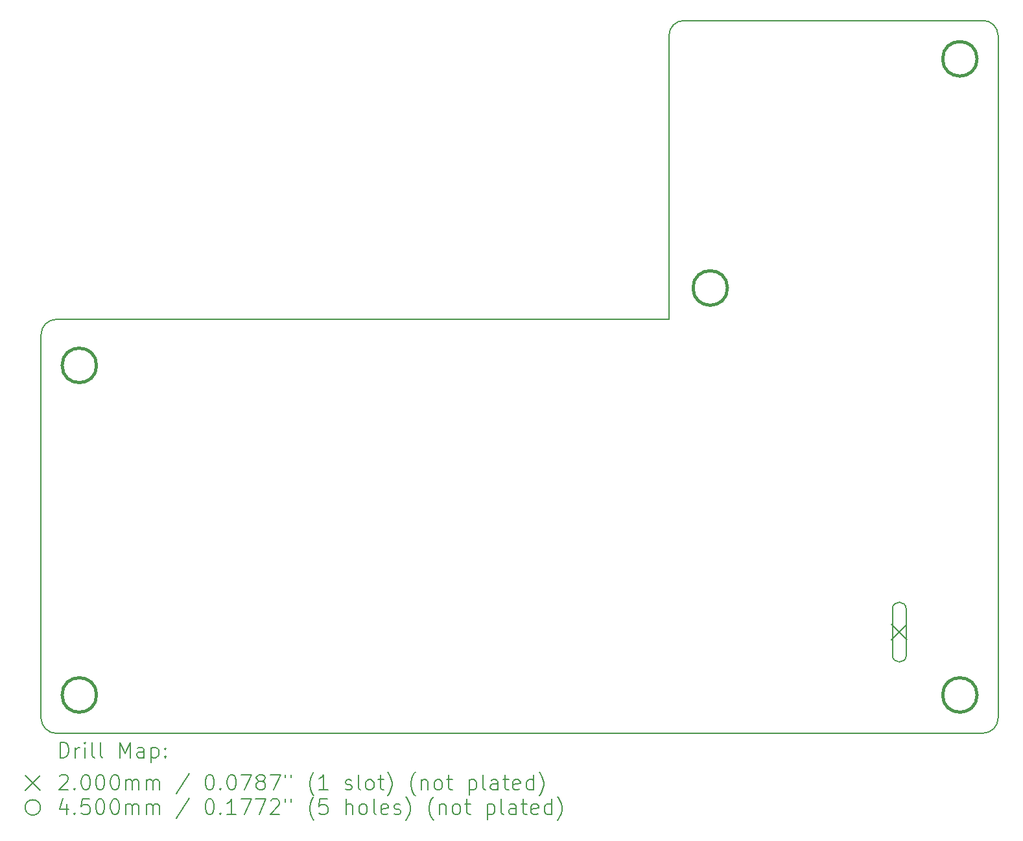
<source format=gbr>
%FSLAX45Y45*%
G04 Gerber Fmt 4.5, Leading zero omitted, Abs format (unit mm)*
G04 Created by KiCad (PCBNEW 6.0.4-6f826c9f35~116~ubuntu20.04.1) date 2022-04-23 21:58:44*
%MOMM*%
%LPD*%
G01*
G04 APERTURE LIST*
%TA.AperFunction,Profile*%
%ADD10C,0.150000*%
%TD*%
%ADD11C,0.200000*%
%ADD12C,0.450000*%
G04 APERTURE END LIST*
D10*
X3000000Y-10000000D02*
X3000000Y-15000000D01*
X15300000Y-5900000D02*
X11400000Y-5900000D01*
X11200000Y-6100000D02*
X11200000Y-9800000D01*
X3000000Y-15000000D02*
G75*
G03*
X3200000Y-15200000I200000J0D01*
G01*
X15500000Y-6100000D02*
G75*
G03*
X15300000Y-5900000I-200000J0D01*
G01*
X15500000Y-15000000D02*
X15500000Y-6100000D01*
X3200000Y-15200000D02*
X15300000Y-15200000D01*
X3200000Y-9800000D02*
G75*
G03*
X3000000Y-10000000I0J-200000D01*
G01*
X11400000Y-5900000D02*
G75*
G03*
X11200000Y-6100000I0J-200000D01*
G01*
X11200000Y-9800000D02*
X3200000Y-9800000D01*
X15300000Y-15200000D02*
G75*
G03*
X15500000Y-15000000I0J200000D01*
G01*
D11*
X14110000Y-13780000D02*
X14310000Y-13980000D01*
X14310000Y-13780000D02*
X14110000Y-13980000D01*
X14120000Y-13580000D02*
X14120000Y-14180000D01*
X14300000Y-13580000D02*
X14300000Y-14180000D01*
X14120000Y-14180000D02*
G75*
G03*
X14300000Y-14180000I90000J0D01*
G01*
X14300000Y-13580000D02*
G75*
G03*
X14120000Y-13580000I-90000J0D01*
G01*
D12*
X3725000Y-10400000D02*
G75*
G03*
X3725000Y-10400000I-225000J0D01*
G01*
X3725000Y-14700000D02*
G75*
G03*
X3725000Y-14700000I-225000J0D01*
G01*
X11965000Y-9390000D02*
G75*
G03*
X11965000Y-9390000I-225000J0D01*
G01*
X15225000Y-6400000D02*
G75*
G03*
X15225000Y-6400000I-225000J0D01*
G01*
X15225000Y-14700000D02*
G75*
G03*
X15225000Y-14700000I-225000J0D01*
G01*
D11*
X3250119Y-15517976D02*
X3250119Y-15317976D01*
X3297738Y-15317976D01*
X3326309Y-15327500D01*
X3345357Y-15346548D01*
X3354881Y-15365595D01*
X3364405Y-15403690D01*
X3364405Y-15432262D01*
X3354881Y-15470357D01*
X3345357Y-15489405D01*
X3326309Y-15508452D01*
X3297738Y-15517976D01*
X3250119Y-15517976D01*
X3450119Y-15517976D02*
X3450119Y-15384643D01*
X3450119Y-15422738D02*
X3459643Y-15403690D01*
X3469167Y-15394167D01*
X3488214Y-15384643D01*
X3507262Y-15384643D01*
X3573928Y-15517976D02*
X3573928Y-15384643D01*
X3573928Y-15317976D02*
X3564405Y-15327500D01*
X3573928Y-15337024D01*
X3583452Y-15327500D01*
X3573928Y-15317976D01*
X3573928Y-15337024D01*
X3697738Y-15517976D02*
X3678690Y-15508452D01*
X3669167Y-15489405D01*
X3669167Y-15317976D01*
X3802500Y-15517976D02*
X3783452Y-15508452D01*
X3773928Y-15489405D01*
X3773928Y-15317976D01*
X4031071Y-15517976D02*
X4031071Y-15317976D01*
X4097738Y-15460833D01*
X4164405Y-15317976D01*
X4164405Y-15517976D01*
X4345357Y-15517976D02*
X4345357Y-15413214D01*
X4335833Y-15394167D01*
X4316786Y-15384643D01*
X4278690Y-15384643D01*
X4259643Y-15394167D01*
X4345357Y-15508452D02*
X4326310Y-15517976D01*
X4278690Y-15517976D01*
X4259643Y-15508452D01*
X4250119Y-15489405D01*
X4250119Y-15470357D01*
X4259643Y-15451309D01*
X4278690Y-15441786D01*
X4326310Y-15441786D01*
X4345357Y-15432262D01*
X4440595Y-15384643D02*
X4440595Y-15584643D01*
X4440595Y-15394167D02*
X4459643Y-15384643D01*
X4497738Y-15384643D01*
X4516786Y-15394167D01*
X4526310Y-15403690D01*
X4535833Y-15422738D01*
X4535833Y-15479881D01*
X4526310Y-15498928D01*
X4516786Y-15508452D01*
X4497738Y-15517976D01*
X4459643Y-15517976D01*
X4440595Y-15508452D01*
X4621548Y-15498928D02*
X4631071Y-15508452D01*
X4621548Y-15517976D01*
X4612024Y-15508452D01*
X4621548Y-15498928D01*
X4621548Y-15517976D01*
X4621548Y-15394167D02*
X4631071Y-15403690D01*
X4621548Y-15413214D01*
X4612024Y-15403690D01*
X4621548Y-15394167D01*
X4621548Y-15413214D01*
X2792500Y-15747500D02*
X2992500Y-15947500D01*
X2992500Y-15747500D02*
X2792500Y-15947500D01*
X3240595Y-15757024D02*
X3250119Y-15747500D01*
X3269167Y-15737976D01*
X3316786Y-15737976D01*
X3335833Y-15747500D01*
X3345357Y-15757024D01*
X3354881Y-15776071D01*
X3354881Y-15795119D01*
X3345357Y-15823690D01*
X3231071Y-15937976D01*
X3354881Y-15937976D01*
X3440595Y-15918928D02*
X3450119Y-15928452D01*
X3440595Y-15937976D01*
X3431071Y-15928452D01*
X3440595Y-15918928D01*
X3440595Y-15937976D01*
X3573928Y-15737976D02*
X3592976Y-15737976D01*
X3612024Y-15747500D01*
X3621548Y-15757024D01*
X3631071Y-15776071D01*
X3640595Y-15814167D01*
X3640595Y-15861786D01*
X3631071Y-15899881D01*
X3621548Y-15918928D01*
X3612024Y-15928452D01*
X3592976Y-15937976D01*
X3573928Y-15937976D01*
X3554881Y-15928452D01*
X3545357Y-15918928D01*
X3535833Y-15899881D01*
X3526309Y-15861786D01*
X3526309Y-15814167D01*
X3535833Y-15776071D01*
X3545357Y-15757024D01*
X3554881Y-15747500D01*
X3573928Y-15737976D01*
X3764405Y-15737976D02*
X3783452Y-15737976D01*
X3802500Y-15747500D01*
X3812024Y-15757024D01*
X3821548Y-15776071D01*
X3831071Y-15814167D01*
X3831071Y-15861786D01*
X3821548Y-15899881D01*
X3812024Y-15918928D01*
X3802500Y-15928452D01*
X3783452Y-15937976D01*
X3764405Y-15937976D01*
X3745357Y-15928452D01*
X3735833Y-15918928D01*
X3726309Y-15899881D01*
X3716786Y-15861786D01*
X3716786Y-15814167D01*
X3726309Y-15776071D01*
X3735833Y-15757024D01*
X3745357Y-15747500D01*
X3764405Y-15737976D01*
X3954881Y-15737976D02*
X3973928Y-15737976D01*
X3992976Y-15747500D01*
X4002500Y-15757024D01*
X4012024Y-15776071D01*
X4021548Y-15814167D01*
X4021548Y-15861786D01*
X4012024Y-15899881D01*
X4002500Y-15918928D01*
X3992976Y-15928452D01*
X3973928Y-15937976D01*
X3954881Y-15937976D01*
X3935833Y-15928452D01*
X3926309Y-15918928D01*
X3916786Y-15899881D01*
X3907262Y-15861786D01*
X3907262Y-15814167D01*
X3916786Y-15776071D01*
X3926309Y-15757024D01*
X3935833Y-15747500D01*
X3954881Y-15737976D01*
X4107262Y-15937976D02*
X4107262Y-15804643D01*
X4107262Y-15823690D02*
X4116786Y-15814167D01*
X4135833Y-15804643D01*
X4164405Y-15804643D01*
X4183452Y-15814167D01*
X4192976Y-15833214D01*
X4192976Y-15937976D01*
X4192976Y-15833214D02*
X4202500Y-15814167D01*
X4221548Y-15804643D01*
X4250119Y-15804643D01*
X4269167Y-15814167D01*
X4278690Y-15833214D01*
X4278690Y-15937976D01*
X4373929Y-15937976D02*
X4373929Y-15804643D01*
X4373929Y-15823690D02*
X4383452Y-15814167D01*
X4402500Y-15804643D01*
X4431071Y-15804643D01*
X4450119Y-15814167D01*
X4459643Y-15833214D01*
X4459643Y-15937976D01*
X4459643Y-15833214D02*
X4469167Y-15814167D01*
X4488214Y-15804643D01*
X4516786Y-15804643D01*
X4535833Y-15814167D01*
X4545357Y-15833214D01*
X4545357Y-15937976D01*
X4935833Y-15728452D02*
X4764405Y-15985595D01*
X5192976Y-15737976D02*
X5212024Y-15737976D01*
X5231071Y-15747500D01*
X5240595Y-15757024D01*
X5250119Y-15776071D01*
X5259643Y-15814167D01*
X5259643Y-15861786D01*
X5250119Y-15899881D01*
X5240595Y-15918928D01*
X5231071Y-15928452D01*
X5212024Y-15937976D01*
X5192976Y-15937976D01*
X5173929Y-15928452D01*
X5164405Y-15918928D01*
X5154881Y-15899881D01*
X5145357Y-15861786D01*
X5145357Y-15814167D01*
X5154881Y-15776071D01*
X5164405Y-15757024D01*
X5173929Y-15747500D01*
X5192976Y-15737976D01*
X5345357Y-15918928D02*
X5354881Y-15928452D01*
X5345357Y-15937976D01*
X5335833Y-15928452D01*
X5345357Y-15918928D01*
X5345357Y-15937976D01*
X5478690Y-15737976D02*
X5497738Y-15737976D01*
X5516786Y-15747500D01*
X5526310Y-15757024D01*
X5535833Y-15776071D01*
X5545357Y-15814167D01*
X5545357Y-15861786D01*
X5535833Y-15899881D01*
X5526310Y-15918928D01*
X5516786Y-15928452D01*
X5497738Y-15937976D01*
X5478690Y-15937976D01*
X5459643Y-15928452D01*
X5450119Y-15918928D01*
X5440595Y-15899881D01*
X5431071Y-15861786D01*
X5431071Y-15814167D01*
X5440595Y-15776071D01*
X5450119Y-15757024D01*
X5459643Y-15747500D01*
X5478690Y-15737976D01*
X5612024Y-15737976D02*
X5745357Y-15737976D01*
X5659643Y-15937976D01*
X5850119Y-15823690D02*
X5831071Y-15814167D01*
X5821548Y-15804643D01*
X5812024Y-15785595D01*
X5812024Y-15776071D01*
X5821548Y-15757024D01*
X5831071Y-15747500D01*
X5850119Y-15737976D01*
X5888214Y-15737976D01*
X5907262Y-15747500D01*
X5916786Y-15757024D01*
X5926309Y-15776071D01*
X5926309Y-15785595D01*
X5916786Y-15804643D01*
X5907262Y-15814167D01*
X5888214Y-15823690D01*
X5850119Y-15823690D01*
X5831071Y-15833214D01*
X5821548Y-15842738D01*
X5812024Y-15861786D01*
X5812024Y-15899881D01*
X5821548Y-15918928D01*
X5831071Y-15928452D01*
X5850119Y-15937976D01*
X5888214Y-15937976D01*
X5907262Y-15928452D01*
X5916786Y-15918928D01*
X5926309Y-15899881D01*
X5926309Y-15861786D01*
X5916786Y-15842738D01*
X5907262Y-15833214D01*
X5888214Y-15823690D01*
X5992976Y-15737976D02*
X6126309Y-15737976D01*
X6040595Y-15937976D01*
X6192976Y-15737976D02*
X6192976Y-15776071D01*
X6269167Y-15737976D02*
X6269167Y-15776071D01*
X6564405Y-16014167D02*
X6554881Y-16004643D01*
X6535833Y-15976071D01*
X6526309Y-15957024D01*
X6516786Y-15928452D01*
X6507262Y-15880833D01*
X6507262Y-15842738D01*
X6516786Y-15795119D01*
X6526309Y-15766548D01*
X6535833Y-15747500D01*
X6554881Y-15718928D01*
X6564405Y-15709405D01*
X6745357Y-15937976D02*
X6631071Y-15937976D01*
X6688214Y-15937976D02*
X6688214Y-15737976D01*
X6669167Y-15766548D01*
X6650119Y-15785595D01*
X6631071Y-15795119D01*
X6973928Y-15928452D02*
X6992976Y-15937976D01*
X7031071Y-15937976D01*
X7050119Y-15928452D01*
X7059643Y-15909405D01*
X7059643Y-15899881D01*
X7050119Y-15880833D01*
X7031071Y-15871309D01*
X7002500Y-15871309D01*
X6983452Y-15861786D01*
X6973928Y-15842738D01*
X6973928Y-15833214D01*
X6983452Y-15814167D01*
X7002500Y-15804643D01*
X7031071Y-15804643D01*
X7050119Y-15814167D01*
X7173928Y-15937976D02*
X7154881Y-15928452D01*
X7145357Y-15909405D01*
X7145357Y-15737976D01*
X7278690Y-15937976D02*
X7259643Y-15928452D01*
X7250119Y-15918928D01*
X7240595Y-15899881D01*
X7240595Y-15842738D01*
X7250119Y-15823690D01*
X7259643Y-15814167D01*
X7278690Y-15804643D01*
X7307262Y-15804643D01*
X7326309Y-15814167D01*
X7335833Y-15823690D01*
X7345357Y-15842738D01*
X7345357Y-15899881D01*
X7335833Y-15918928D01*
X7326309Y-15928452D01*
X7307262Y-15937976D01*
X7278690Y-15937976D01*
X7402500Y-15804643D02*
X7478690Y-15804643D01*
X7431071Y-15737976D02*
X7431071Y-15909405D01*
X7440595Y-15928452D01*
X7459643Y-15937976D01*
X7478690Y-15937976D01*
X7526309Y-16014167D02*
X7535833Y-16004643D01*
X7554881Y-15976071D01*
X7564405Y-15957024D01*
X7573928Y-15928452D01*
X7583452Y-15880833D01*
X7583452Y-15842738D01*
X7573928Y-15795119D01*
X7564405Y-15766548D01*
X7554881Y-15747500D01*
X7535833Y-15718928D01*
X7526309Y-15709405D01*
X7888214Y-16014167D02*
X7878690Y-16004643D01*
X7859643Y-15976071D01*
X7850119Y-15957024D01*
X7840595Y-15928452D01*
X7831071Y-15880833D01*
X7831071Y-15842738D01*
X7840595Y-15795119D01*
X7850119Y-15766548D01*
X7859643Y-15747500D01*
X7878690Y-15718928D01*
X7888214Y-15709405D01*
X7964405Y-15804643D02*
X7964405Y-15937976D01*
X7964405Y-15823690D02*
X7973928Y-15814167D01*
X7992976Y-15804643D01*
X8021548Y-15804643D01*
X8040595Y-15814167D01*
X8050119Y-15833214D01*
X8050119Y-15937976D01*
X8173928Y-15937976D02*
X8154881Y-15928452D01*
X8145357Y-15918928D01*
X8135833Y-15899881D01*
X8135833Y-15842738D01*
X8145357Y-15823690D01*
X8154881Y-15814167D01*
X8173928Y-15804643D01*
X8202500Y-15804643D01*
X8221548Y-15814167D01*
X8231071Y-15823690D01*
X8240595Y-15842738D01*
X8240595Y-15899881D01*
X8231071Y-15918928D01*
X8221548Y-15928452D01*
X8202500Y-15937976D01*
X8173928Y-15937976D01*
X8297738Y-15804643D02*
X8373928Y-15804643D01*
X8326309Y-15737976D02*
X8326309Y-15909405D01*
X8335833Y-15928452D01*
X8354881Y-15937976D01*
X8373928Y-15937976D01*
X8592976Y-15804643D02*
X8592976Y-16004643D01*
X8592976Y-15814167D02*
X8612024Y-15804643D01*
X8650119Y-15804643D01*
X8669167Y-15814167D01*
X8678690Y-15823690D01*
X8688214Y-15842738D01*
X8688214Y-15899881D01*
X8678690Y-15918928D01*
X8669167Y-15928452D01*
X8650119Y-15937976D01*
X8612024Y-15937976D01*
X8592976Y-15928452D01*
X8802500Y-15937976D02*
X8783452Y-15928452D01*
X8773929Y-15909405D01*
X8773929Y-15737976D01*
X8964405Y-15937976D02*
X8964405Y-15833214D01*
X8954881Y-15814167D01*
X8935833Y-15804643D01*
X8897738Y-15804643D01*
X8878690Y-15814167D01*
X8964405Y-15928452D02*
X8945357Y-15937976D01*
X8897738Y-15937976D01*
X8878690Y-15928452D01*
X8869167Y-15909405D01*
X8869167Y-15890357D01*
X8878690Y-15871309D01*
X8897738Y-15861786D01*
X8945357Y-15861786D01*
X8964405Y-15852262D01*
X9031071Y-15804643D02*
X9107262Y-15804643D01*
X9059643Y-15737976D02*
X9059643Y-15909405D01*
X9069167Y-15928452D01*
X9088214Y-15937976D01*
X9107262Y-15937976D01*
X9250119Y-15928452D02*
X9231071Y-15937976D01*
X9192976Y-15937976D01*
X9173929Y-15928452D01*
X9164405Y-15909405D01*
X9164405Y-15833214D01*
X9173929Y-15814167D01*
X9192976Y-15804643D01*
X9231071Y-15804643D01*
X9250119Y-15814167D01*
X9259643Y-15833214D01*
X9259643Y-15852262D01*
X9164405Y-15871309D01*
X9431071Y-15937976D02*
X9431071Y-15737976D01*
X9431071Y-15928452D02*
X9412024Y-15937976D01*
X9373929Y-15937976D01*
X9354881Y-15928452D01*
X9345357Y-15918928D01*
X9335833Y-15899881D01*
X9335833Y-15842738D01*
X9345357Y-15823690D01*
X9354881Y-15814167D01*
X9373929Y-15804643D01*
X9412024Y-15804643D01*
X9431071Y-15814167D01*
X9507262Y-16014167D02*
X9516786Y-16004643D01*
X9535833Y-15976071D01*
X9545357Y-15957024D01*
X9554881Y-15928452D01*
X9564405Y-15880833D01*
X9564405Y-15842738D01*
X9554881Y-15795119D01*
X9545357Y-15766548D01*
X9535833Y-15747500D01*
X9516786Y-15718928D01*
X9507262Y-15709405D01*
X2992500Y-16167500D02*
G75*
G03*
X2992500Y-16167500I-100000J0D01*
G01*
X3335833Y-16124643D02*
X3335833Y-16257976D01*
X3288214Y-16048452D02*
X3240595Y-16191309D01*
X3364405Y-16191309D01*
X3440595Y-16238928D02*
X3450119Y-16248452D01*
X3440595Y-16257976D01*
X3431071Y-16248452D01*
X3440595Y-16238928D01*
X3440595Y-16257976D01*
X3631071Y-16057976D02*
X3535833Y-16057976D01*
X3526309Y-16153214D01*
X3535833Y-16143690D01*
X3554881Y-16134167D01*
X3602500Y-16134167D01*
X3621548Y-16143690D01*
X3631071Y-16153214D01*
X3640595Y-16172262D01*
X3640595Y-16219881D01*
X3631071Y-16238928D01*
X3621548Y-16248452D01*
X3602500Y-16257976D01*
X3554881Y-16257976D01*
X3535833Y-16248452D01*
X3526309Y-16238928D01*
X3764405Y-16057976D02*
X3783452Y-16057976D01*
X3802500Y-16067500D01*
X3812024Y-16077024D01*
X3821548Y-16096071D01*
X3831071Y-16134167D01*
X3831071Y-16181786D01*
X3821548Y-16219881D01*
X3812024Y-16238928D01*
X3802500Y-16248452D01*
X3783452Y-16257976D01*
X3764405Y-16257976D01*
X3745357Y-16248452D01*
X3735833Y-16238928D01*
X3726309Y-16219881D01*
X3716786Y-16181786D01*
X3716786Y-16134167D01*
X3726309Y-16096071D01*
X3735833Y-16077024D01*
X3745357Y-16067500D01*
X3764405Y-16057976D01*
X3954881Y-16057976D02*
X3973928Y-16057976D01*
X3992976Y-16067500D01*
X4002500Y-16077024D01*
X4012024Y-16096071D01*
X4021548Y-16134167D01*
X4021548Y-16181786D01*
X4012024Y-16219881D01*
X4002500Y-16238928D01*
X3992976Y-16248452D01*
X3973928Y-16257976D01*
X3954881Y-16257976D01*
X3935833Y-16248452D01*
X3926309Y-16238928D01*
X3916786Y-16219881D01*
X3907262Y-16181786D01*
X3907262Y-16134167D01*
X3916786Y-16096071D01*
X3926309Y-16077024D01*
X3935833Y-16067500D01*
X3954881Y-16057976D01*
X4107262Y-16257976D02*
X4107262Y-16124643D01*
X4107262Y-16143690D02*
X4116786Y-16134167D01*
X4135833Y-16124643D01*
X4164405Y-16124643D01*
X4183452Y-16134167D01*
X4192976Y-16153214D01*
X4192976Y-16257976D01*
X4192976Y-16153214D02*
X4202500Y-16134167D01*
X4221548Y-16124643D01*
X4250119Y-16124643D01*
X4269167Y-16134167D01*
X4278690Y-16153214D01*
X4278690Y-16257976D01*
X4373929Y-16257976D02*
X4373929Y-16124643D01*
X4373929Y-16143690D02*
X4383452Y-16134167D01*
X4402500Y-16124643D01*
X4431071Y-16124643D01*
X4450119Y-16134167D01*
X4459643Y-16153214D01*
X4459643Y-16257976D01*
X4459643Y-16153214D02*
X4469167Y-16134167D01*
X4488214Y-16124643D01*
X4516786Y-16124643D01*
X4535833Y-16134167D01*
X4545357Y-16153214D01*
X4545357Y-16257976D01*
X4935833Y-16048452D02*
X4764405Y-16305595D01*
X5192976Y-16057976D02*
X5212024Y-16057976D01*
X5231071Y-16067500D01*
X5240595Y-16077024D01*
X5250119Y-16096071D01*
X5259643Y-16134167D01*
X5259643Y-16181786D01*
X5250119Y-16219881D01*
X5240595Y-16238928D01*
X5231071Y-16248452D01*
X5212024Y-16257976D01*
X5192976Y-16257976D01*
X5173929Y-16248452D01*
X5164405Y-16238928D01*
X5154881Y-16219881D01*
X5145357Y-16181786D01*
X5145357Y-16134167D01*
X5154881Y-16096071D01*
X5164405Y-16077024D01*
X5173929Y-16067500D01*
X5192976Y-16057976D01*
X5345357Y-16238928D02*
X5354881Y-16248452D01*
X5345357Y-16257976D01*
X5335833Y-16248452D01*
X5345357Y-16238928D01*
X5345357Y-16257976D01*
X5545357Y-16257976D02*
X5431071Y-16257976D01*
X5488214Y-16257976D02*
X5488214Y-16057976D01*
X5469167Y-16086548D01*
X5450119Y-16105595D01*
X5431071Y-16115119D01*
X5612024Y-16057976D02*
X5745357Y-16057976D01*
X5659643Y-16257976D01*
X5802500Y-16057976D02*
X5935833Y-16057976D01*
X5850119Y-16257976D01*
X6002500Y-16077024D02*
X6012024Y-16067500D01*
X6031071Y-16057976D01*
X6078690Y-16057976D01*
X6097738Y-16067500D01*
X6107262Y-16077024D01*
X6116786Y-16096071D01*
X6116786Y-16115119D01*
X6107262Y-16143690D01*
X5992976Y-16257976D01*
X6116786Y-16257976D01*
X6192976Y-16057976D02*
X6192976Y-16096071D01*
X6269167Y-16057976D02*
X6269167Y-16096071D01*
X6564405Y-16334167D02*
X6554881Y-16324643D01*
X6535833Y-16296071D01*
X6526309Y-16277024D01*
X6516786Y-16248452D01*
X6507262Y-16200833D01*
X6507262Y-16162738D01*
X6516786Y-16115119D01*
X6526309Y-16086548D01*
X6535833Y-16067500D01*
X6554881Y-16038928D01*
X6564405Y-16029405D01*
X6735833Y-16057976D02*
X6640595Y-16057976D01*
X6631071Y-16153214D01*
X6640595Y-16143690D01*
X6659643Y-16134167D01*
X6707262Y-16134167D01*
X6726309Y-16143690D01*
X6735833Y-16153214D01*
X6745357Y-16172262D01*
X6745357Y-16219881D01*
X6735833Y-16238928D01*
X6726309Y-16248452D01*
X6707262Y-16257976D01*
X6659643Y-16257976D01*
X6640595Y-16248452D01*
X6631071Y-16238928D01*
X6983452Y-16257976D02*
X6983452Y-16057976D01*
X7069167Y-16257976D02*
X7069167Y-16153214D01*
X7059643Y-16134167D01*
X7040595Y-16124643D01*
X7012024Y-16124643D01*
X6992976Y-16134167D01*
X6983452Y-16143690D01*
X7192976Y-16257976D02*
X7173928Y-16248452D01*
X7164405Y-16238928D01*
X7154881Y-16219881D01*
X7154881Y-16162738D01*
X7164405Y-16143690D01*
X7173928Y-16134167D01*
X7192976Y-16124643D01*
X7221548Y-16124643D01*
X7240595Y-16134167D01*
X7250119Y-16143690D01*
X7259643Y-16162738D01*
X7259643Y-16219881D01*
X7250119Y-16238928D01*
X7240595Y-16248452D01*
X7221548Y-16257976D01*
X7192976Y-16257976D01*
X7373928Y-16257976D02*
X7354881Y-16248452D01*
X7345357Y-16229405D01*
X7345357Y-16057976D01*
X7526309Y-16248452D02*
X7507262Y-16257976D01*
X7469167Y-16257976D01*
X7450119Y-16248452D01*
X7440595Y-16229405D01*
X7440595Y-16153214D01*
X7450119Y-16134167D01*
X7469167Y-16124643D01*
X7507262Y-16124643D01*
X7526309Y-16134167D01*
X7535833Y-16153214D01*
X7535833Y-16172262D01*
X7440595Y-16191309D01*
X7612024Y-16248452D02*
X7631071Y-16257976D01*
X7669167Y-16257976D01*
X7688214Y-16248452D01*
X7697738Y-16229405D01*
X7697738Y-16219881D01*
X7688214Y-16200833D01*
X7669167Y-16191309D01*
X7640595Y-16191309D01*
X7621548Y-16181786D01*
X7612024Y-16162738D01*
X7612024Y-16153214D01*
X7621548Y-16134167D01*
X7640595Y-16124643D01*
X7669167Y-16124643D01*
X7688214Y-16134167D01*
X7764405Y-16334167D02*
X7773928Y-16324643D01*
X7792976Y-16296071D01*
X7802500Y-16277024D01*
X7812024Y-16248452D01*
X7821548Y-16200833D01*
X7821548Y-16162738D01*
X7812024Y-16115119D01*
X7802500Y-16086548D01*
X7792976Y-16067500D01*
X7773928Y-16038928D01*
X7764405Y-16029405D01*
X8126309Y-16334167D02*
X8116786Y-16324643D01*
X8097738Y-16296071D01*
X8088214Y-16277024D01*
X8078690Y-16248452D01*
X8069167Y-16200833D01*
X8069167Y-16162738D01*
X8078690Y-16115119D01*
X8088214Y-16086548D01*
X8097738Y-16067500D01*
X8116786Y-16038928D01*
X8126309Y-16029405D01*
X8202500Y-16124643D02*
X8202500Y-16257976D01*
X8202500Y-16143690D02*
X8212024Y-16134167D01*
X8231071Y-16124643D01*
X8259643Y-16124643D01*
X8278690Y-16134167D01*
X8288214Y-16153214D01*
X8288214Y-16257976D01*
X8412024Y-16257976D02*
X8392976Y-16248452D01*
X8383452Y-16238928D01*
X8373928Y-16219881D01*
X8373928Y-16162738D01*
X8383452Y-16143690D01*
X8392976Y-16134167D01*
X8412024Y-16124643D01*
X8440595Y-16124643D01*
X8459643Y-16134167D01*
X8469167Y-16143690D01*
X8478690Y-16162738D01*
X8478690Y-16219881D01*
X8469167Y-16238928D01*
X8459643Y-16248452D01*
X8440595Y-16257976D01*
X8412024Y-16257976D01*
X8535833Y-16124643D02*
X8612024Y-16124643D01*
X8564405Y-16057976D02*
X8564405Y-16229405D01*
X8573929Y-16248452D01*
X8592976Y-16257976D01*
X8612024Y-16257976D01*
X8831071Y-16124643D02*
X8831071Y-16324643D01*
X8831071Y-16134167D02*
X8850119Y-16124643D01*
X8888214Y-16124643D01*
X8907262Y-16134167D01*
X8916786Y-16143690D01*
X8926310Y-16162738D01*
X8926310Y-16219881D01*
X8916786Y-16238928D01*
X8907262Y-16248452D01*
X8888214Y-16257976D01*
X8850119Y-16257976D01*
X8831071Y-16248452D01*
X9040595Y-16257976D02*
X9021548Y-16248452D01*
X9012024Y-16229405D01*
X9012024Y-16057976D01*
X9202500Y-16257976D02*
X9202500Y-16153214D01*
X9192976Y-16134167D01*
X9173929Y-16124643D01*
X9135833Y-16124643D01*
X9116786Y-16134167D01*
X9202500Y-16248452D02*
X9183452Y-16257976D01*
X9135833Y-16257976D01*
X9116786Y-16248452D01*
X9107262Y-16229405D01*
X9107262Y-16210357D01*
X9116786Y-16191309D01*
X9135833Y-16181786D01*
X9183452Y-16181786D01*
X9202500Y-16172262D01*
X9269167Y-16124643D02*
X9345357Y-16124643D01*
X9297738Y-16057976D02*
X9297738Y-16229405D01*
X9307262Y-16248452D01*
X9326310Y-16257976D01*
X9345357Y-16257976D01*
X9488214Y-16248452D02*
X9469167Y-16257976D01*
X9431071Y-16257976D01*
X9412024Y-16248452D01*
X9402500Y-16229405D01*
X9402500Y-16153214D01*
X9412024Y-16134167D01*
X9431071Y-16124643D01*
X9469167Y-16124643D01*
X9488214Y-16134167D01*
X9497738Y-16153214D01*
X9497738Y-16172262D01*
X9402500Y-16191309D01*
X9669167Y-16257976D02*
X9669167Y-16057976D01*
X9669167Y-16248452D02*
X9650119Y-16257976D01*
X9612024Y-16257976D01*
X9592976Y-16248452D01*
X9583452Y-16238928D01*
X9573929Y-16219881D01*
X9573929Y-16162738D01*
X9583452Y-16143690D01*
X9592976Y-16134167D01*
X9612024Y-16124643D01*
X9650119Y-16124643D01*
X9669167Y-16134167D01*
X9745357Y-16334167D02*
X9754881Y-16324643D01*
X9773929Y-16296071D01*
X9783452Y-16277024D01*
X9792976Y-16248452D01*
X9802500Y-16200833D01*
X9802500Y-16162738D01*
X9792976Y-16115119D01*
X9783452Y-16086548D01*
X9773929Y-16067500D01*
X9754881Y-16038928D01*
X9745357Y-16029405D01*
M02*

</source>
